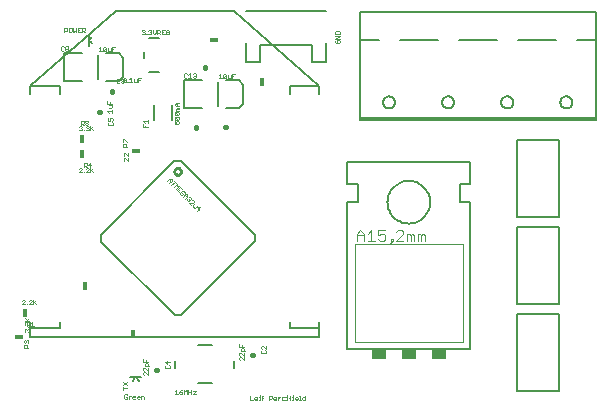
<source format=gto>
G75*
G70*
%OFA0B0*%
%FSLAX24Y24*%
%IPPOS*%
%LPD*%
%AMOC8*
5,1,8,0,0,1.08239X$1,22.5*
%
%ADD10C,0.0010*%
%ADD11C,0.0160*%
%ADD12C,0.0080*%
%ADD13C,0.0050*%
%ADD14R,0.0280X0.0160*%
%ADD15R,0.0160X0.0280*%
%ADD16C,0.0100*%
%ADD17C,0.0060*%
%ADD18C,0.0020*%
%ADD19C,0.0040*%
%ADD20R,0.0500X0.0350*%
D10*
X004623Y005439D02*
X004673Y005439D01*
X004698Y005464D01*
X004698Y005514D01*
X004648Y005514D01*
X004598Y005464D02*
X004623Y005439D01*
X004598Y005464D02*
X004598Y005564D01*
X004623Y005589D01*
X004673Y005589D01*
X004698Y005564D01*
X004745Y005539D02*
X004745Y005439D01*
X004745Y005489D02*
X004795Y005539D01*
X004820Y005539D01*
X004868Y005514D02*
X004893Y005539D01*
X004943Y005539D01*
X004968Y005514D01*
X004968Y005489D01*
X004868Y005489D01*
X004868Y005464D02*
X004868Y005514D01*
X004868Y005464D02*
X004893Y005439D01*
X004943Y005439D01*
X005015Y005464D02*
X005015Y005514D01*
X005040Y005539D01*
X005090Y005539D01*
X005115Y005514D01*
X005115Y005489D01*
X005015Y005489D01*
X005015Y005464D02*
X005040Y005439D01*
X005090Y005439D01*
X005163Y005439D02*
X005163Y005539D01*
X005238Y005539D01*
X005263Y005514D01*
X005263Y005439D01*
X004700Y005799D02*
X004550Y005799D01*
X004550Y005749D02*
X004550Y005849D01*
X004550Y005897D02*
X004700Y005997D01*
X004700Y005897D02*
X004550Y005997D01*
X005235Y006260D02*
X005260Y006235D01*
X005235Y006260D02*
X005235Y006310D01*
X005260Y006335D01*
X005285Y006335D01*
X005385Y006235D01*
X005385Y006335D01*
X005385Y006382D02*
X005285Y006482D01*
X005260Y006482D01*
X005235Y006457D01*
X005235Y006407D01*
X005260Y006382D01*
X005385Y006382D02*
X005385Y006482D01*
X005385Y006530D02*
X005385Y006605D01*
X005360Y006630D01*
X005310Y006630D01*
X005285Y006605D01*
X005285Y006530D01*
X005435Y006530D01*
X005385Y006677D02*
X005235Y006677D01*
X005235Y006777D01*
X005310Y006727D02*
X005310Y006677D01*
X005960Y006677D02*
X006035Y006602D01*
X006035Y006702D01*
X006110Y006677D02*
X005960Y006677D01*
X005985Y006555D02*
X005960Y006530D01*
X005960Y006480D01*
X005985Y006455D01*
X006085Y006455D01*
X006110Y006480D01*
X006110Y006530D01*
X006085Y006555D01*
X006335Y005749D02*
X006335Y005599D01*
X006285Y005599D02*
X006385Y005599D01*
X006432Y005624D02*
X006457Y005599D01*
X006507Y005599D01*
X006532Y005624D01*
X006532Y005649D01*
X006507Y005674D01*
X006432Y005674D01*
X006432Y005624D01*
X006432Y005674D02*
X006482Y005724D01*
X006532Y005749D01*
X006580Y005749D02*
X006630Y005699D01*
X006680Y005749D01*
X006680Y005599D01*
X006727Y005599D02*
X006727Y005749D01*
X006727Y005674D02*
X006827Y005674D01*
X006874Y005699D02*
X006974Y005699D01*
X006874Y005599D01*
X006974Y005599D01*
X006827Y005599D02*
X006827Y005749D01*
X006580Y005749D02*
X006580Y005599D01*
X006335Y005749D02*
X006285Y005699D01*
X008435Y006760D02*
X008460Y006735D01*
X008435Y006760D02*
X008435Y006810D01*
X008460Y006835D01*
X008485Y006835D01*
X008585Y006735D01*
X008585Y006835D01*
X008585Y006882D02*
X008485Y006982D01*
X008460Y006982D01*
X008435Y006957D01*
X008435Y006907D01*
X008460Y006882D01*
X008585Y006882D02*
X008585Y006982D01*
X008585Y007030D02*
X008585Y007105D01*
X008560Y007130D01*
X008510Y007130D01*
X008485Y007105D01*
X008485Y007030D01*
X008635Y007030D01*
X008585Y007177D02*
X008435Y007177D01*
X008435Y007277D01*
X008510Y007227D02*
X008510Y007177D01*
X009160Y007177D02*
X009160Y007127D01*
X009185Y007102D01*
X009185Y007055D02*
X009160Y007030D01*
X009160Y006980D01*
X009185Y006955D01*
X009285Y006955D01*
X009310Y006980D01*
X009310Y007030D01*
X009285Y007055D01*
X009310Y007102D02*
X009210Y007202D01*
X009185Y007202D01*
X009160Y007177D01*
X009310Y007202D02*
X009310Y007102D01*
X009105Y005574D02*
X009105Y005549D01*
X009105Y005499D02*
X009105Y005399D01*
X009080Y005399D02*
X009130Y005399D01*
X009203Y005399D02*
X009203Y005524D01*
X009228Y005549D01*
X009228Y005474D02*
X009178Y005474D01*
X009105Y005499D02*
X009080Y005499D01*
X009032Y005474D02*
X009032Y005449D01*
X008932Y005449D01*
X008932Y005424D02*
X008932Y005474D01*
X008957Y005499D01*
X009007Y005499D01*
X009032Y005474D01*
X009007Y005399D02*
X008957Y005399D01*
X008932Y005424D01*
X008885Y005399D02*
X008785Y005399D01*
X008785Y005549D01*
X009423Y005549D02*
X009423Y005399D01*
X009423Y005449D02*
X009498Y005449D01*
X009523Y005474D01*
X009523Y005524D01*
X009498Y005549D01*
X009423Y005549D01*
X009571Y005474D02*
X009571Y005424D01*
X009596Y005399D01*
X009646Y005399D01*
X009671Y005449D02*
X009571Y005449D01*
X009571Y005474D02*
X009596Y005499D01*
X009646Y005499D01*
X009671Y005474D01*
X009671Y005449D01*
X009718Y005449D02*
X009768Y005499D01*
X009793Y005499D01*
X009841Y005474D02*
X009841Y005424D01*
X009866Y005399D01*
X009941Y005399D01*
X009988Y005399D02*
X010038Y005399D01*
X010013Y005399D02*
X010013Y005499D01*
X009988Y005499D01*
X009941Y005499D02*
X009866Y005499D01*
X009841Y005474D01*
X009718Y005499D02*
X009718Y005399D01*
X010013Y005549D02*
X010013Y005574D01*
X010111Y005524D02*
X010136Y005549D01*
X010111Y005524D02*
X010111Y005399D01*
X010185Y005399D02*
X010235Y005399D01*
X010210Y005399D02*
X010210Y005499D01*
X010185Y005499D01*
X010136Y005474D02*
X010086Y005474D01*
X010210Y005549D02*
X010210Y005574D01*
X010308Y005499D02*
X010358Y005499D01*
X010383Y005474D01*
X010383Y005449D01*
X010283Y005449D01*
X010283Y005424D02*
X010283Y005474D01*
X010308Y005499D01*
X010283Y005424D02*
X010308Y005399D01*
X010358Y005399D01*
X010430Y005399D02*
X010480Y005399D01*
X010455Y005399D02*
X010455Y005549D01*
X010430Y005549D01*
X010528Y005474D02*
X010553Y005499D01*
X010628Y005499D01*
X010628Y005549D02*
X010628Y005399D01*
X010553Y005399D01*
X010528Y005424D01*
X010528Y005474D01*
X007093Y011749D02*
X007022Y011820D01*
X007129Y011820D01*
X007023Y011714D01*
X006954Y011818D02*
X007042Y011907D01*
X006971Y011977D02*
X006883Y011889D01*
X006883Y011853D01*
X006918Y011818D01*
X006954Y011818D01*
X006832Y011904D02*
X006761Y011975D01*
X006902Y011975D01*
X006920Y011993D01*
X006920Y012028D01*
X006884Y012064D01*
X006849Y012063D01*
X006816Y012097D02*
X006798Y012079D01*
X006762Y012079D01*
X006763Y012044D01*
X006745Y012026D01*
X006709Y012026D01*
X006674Y012061D01*
X006674Y012097D01*
X006623Y012112D02*
X006694Y012183D01*
X006693Y012254D01*
X006623Y012254D01*
X006552Y012183D01*
X006536Y012234D02*
X006571Y012269D01*
X006536Y012305D01*
X006536Y012375D02*
X006465Y012305D01*
X006465Y012269D01*
X006501Y012234D01*
X006536Y012234D01*
X006605Y012236D02*
X006676Y012165D01*
X006745Y012167D02*
X006780Y012168D01*
X006815Y012132D01*
X006816Y012097D01*
X006762Y012079D02*
X006745Y012097D01*
X006607Y012305D02*
X006607Y012340D01*
X006571Y012376D01*
X006536Y012375D01*
X006520Y012427D02*
X006449Y012497D01*
X006343Y012391D01*
X006414Y012320D01*
X006432Y012409D02*
X006396Y012444D01*
X006310Y012424D02*
X006416Y012531D01*
X006345Y012530D01*
X006345Y012601D01*
X006239Y012495D01*
X006170Y012563D02*
X006276Y012670D01*
X006241Y012705D02*
X006311Y012635D01*
X006172Y012703D02*
X006101Y012632D01*
X006154Y012685D02*
X006083Y012756D01*
X006101Y012774D02*
X006172Y012774D01*
X006172Y012703D01*
X006101Y012774D02*
X006030Y012703D01*
X004725Y013374D02*
X004625Y013474D01*
X004600Y013474D01*
X004575Y013449D01*
X004575Y013399D01*
X004600Y013374D01*
X004725Y013374D02*
X004725Y013474D01*
X004725Y013522D02*
X004625Y013622D01*
X004600Y013622D01*
X004575Y013597D01*
X004575Y013547D01*
X004600Y013522D01*
X004725Y013522D02*
X004725Y013622D01*
X004700Y013849D02*
X004550Y013849D01*
X004550Y013924D01*
X004575Y013949D01*
X004625Y013949D01*
X004650Y013924D01*
X004650Y013849D01*
X004650Y013899D02*
X004700Y013949D01*
X004700Y013997D02*
X004675Y013997D01*
X004575Y014097D01*
X004550Y014097D01*
X004550Y013997D01*
X004185Y014555D02*
X004210Y014580D01*
X004210Y014630D01*
X004185Y014655D01*
X004185Y014702D02*
X004210Y014727D01*
X004210Y014777D01*
X004185Y014802D01*
X004135Y014802D01*
X004110Y014777D01*
X004110Y014752D01*
X004135Y014702D01*
X004060Y014702D01*
X004060Y014802D01*
X004085Y014655D02*
X004060Y014630D01*
X004060Y014580D01*
X004085Y014555D01*
X004185Y014555D01*
X004185Y014982D02*
X004185Y015082D01*
X004185Y015032D02*
X004035Y015032D01*
X004085Y014982D01*
X004085Y015130D02*
X004160Y015130D01*
X004185Y015155D01*
X004185Y015230D01*
X004085Y015230D01*
X004110Y015277D02*
X004110Y015327D01*
X004185Y015277D02*
X004035Y015277D01*
X004035Y015377D01*
X004365Y015964D02*
X004415Y015964D01*
X004440Y015989D01*
X004488Y015989D02*
X004513Y015964D01*
X004563Y015964D01*
X004588Y015989D01*
X004588Y016089D01*
X004563Y016114D01*
X004513Y016114D01*
X004488Y016089D01*
X004488Y016064D01*
X004513Y016039D01*
X004588Y016039D01*
X004547Y016014D02*
X004647Y016114D01*
X004647Y016014D01*
X004622Y015989D01*
X004572Y015989D01*
X004547Y016014D01*
X004547Y016114D01*
X004572Y016139D01*
X004622Y016139D01*
X004647Y016114D01*
X004694Y016014D02*
X004719Y016014D01*
X004719Y015989D01*
X004694Y015989D01*
X004694Y016014D01*
X004768Y015989D02*
X004868Y015989D01*
X004818Y015989D02*
X004818Y016139D01*
X004768Y016089D01*
X004915Y016089D02*
X004915Y016014D01*
X004940Y015989D01*
X005015Y015989D01*
X005015Y016089D01*
X005063Y016064D02*
X005113Y016064D01*
X005063Y015989D02*
X005063Y016139D01*
X005163Y016139D01*
X004440Y016089D02*
X004415Y016114D01*
X004365Y016114D01*
X004340Y016089D01*
X004340Y015989D01*
X004365Y015964D01*
X004188Y017024D02*
X004188Y017174D01*
X004288Y017174D01*
X004238Y017099D02*
X004188Y017099D01*
X004140Y017124D02*
X004140Y017024D01*
X004065Y017024D01*
X004040Y017049D01*
X004040Y017124D01*
X003993Y017149D02*
X003893Y017049D01*
X003918Y017024D01*
X003968Y017024D01*
X003993Y017049D01*
X003993Y017149D01*
X003968Y017174D01*
X003918Y017174D01*
X003893Y017149D01*
X003893Y017049D01*
X003846Y017024D02*
X003746Y017024D01*
X003796Y017024D02*
X003796Y017174D01*
X003746Y017124D01*
X003288Y017664D02*
X003238Y017714D01*
X003263Y017714D02*
X003188Y017714D01*
X003188Y017664D02*
X003188Y017814D01*
X003263Y017814D01*
X003288Y017789D01*
X003288Y017739D01*
X003263Y017714D01*
X003140Y017664D02*
X003040Y017664D01*
X003040Y017814D01*
X003140Y017814D01*
X003090Y017739D02*
X003040Y017739D01*
X002993Y017664D02*
X002993Y017814D01*
X002893Y017814D02*
X002893Y017664D01*
X002943Y017714D01*
X002993Y017664D01*
X002846Y017689D02*
X002846Y017789D01*
X002821Y017814D01*
X002771Y017814D01*
X002746Y017789D01*
X002746Y017689D01*
X002771Y017664D01*
X002821Y017664D01*
X002846Y017689D01*
X002698Y017739D02*
X002673Y017714D01*
X002598Y017714D01*
X002598Y017664D02*
X002598Y017814D01*
X002673Y017814D01*
X002698Y017789D01*
X002698Y017739D01*
X002707Y017193D02*
X002732Y017168D01*
X002732Y017143D01*
X002707Y017118D01*
X002657Y017118D01*
X002632Y017143D01*
X002632Y017168D01*
X002657Y017193D01*
X002707Y017193D01*
X002707Y017118D02*
X002732Y017093D01*
X002732Y017068D01*
X002707Y017043D01*
X002657Y017043D01*
X002632Y017068D01*
X002632Y017093D01*
X002657Y017118D01*
X002585Y017168D02*
X002560Y017193D01*
X002510Y017193D01*
X002485Y017168D01*
X002485Y017068D01*
X002510Y017043D01*
X002560Y017043D01*
X002585Y017068D01*
X003140Y014714D02*
X003215Y014714D01*
X003240Y014689D01*
X003240Y014639D01*
X003215Y014614D01*
X003140Y014614D01*
X003140Y014564D02*
X003140Y014714D01*
X003190Y014614D02*
X003240Y014564D01*
X003288Y014589D02*
X003313Y014564D01*
X003363Y014564D01*
X003388Y014589D01*
X003388Y014614D01*
X003363Y014639D01*
X003313Y014639D01*
X003288Y014664D01*
X003288Y014689D01*
X003313Y014714D01*
X003363Y014714D01*
X003388Y014689D01*
X003388Y014664D01*
X003363Y014639D01*
X003313Y014639D02*
X003288Y014614D01*
X003288Y014589D01*
X003340Y014539D02*
X003390Y014539D01*
X003415Y014514D01*
X003415Y014489D01*
X003390Y014464D01*
X003415Y014439D01*
X003415Y014414D01*
X003390Y014389D01*
X003340Y014389D01*
X003315Y014414D01*
X003267Y014414D02*
X003267Y014389D01*
X003242Y014389D01*
X003242Y014414D01*
X003267Y014414D01*
X003194Y014414D02*
X003169Y014389D01*
X003119Y014389D01*
X003094Y014414D01*
X003144Y014464D02*
X003169Y014464D01*
X003194Y014439D01*
X003194Y014414D01*
X003169Y014464D02*
X003194Y014489D01*
X003194Y014514D01*
X003169Y014539D01*
X003119Y014539D01*
X003094Y014514D01*
X003315Y014514D02*
X003340Y014539D01*
X003365Y014464D02*
X003390Y014464D01*
X003463Y014439D02*
X003563Y014539D01*
X003463Y014539D02*
X003463Y014389D01*
X003488Y014464D02*
X003563Y014389D01*
X003463Y013314D02*
X003388Y013239D01*
X003488Y013239D01*
X003463Y013164D02*
X003463Y013314D01*
X003340Y013289D02*
X003340Y013239D01*
X003315Y013214D01*
X003240Y013214D01*
X003240Y013164D02*
X003240Y013314D01*
X003315Y013314D01*
X003340Y013289D01*
X003290Y013214D02*
X003340Y013164D01*
X003340Y013139D02*
X003315Y013114D01*
X003340Y013139D02*
X003390Y013139D01*
X003415Y013114D01*
X003415Y013089D01*
X003315Y012989D01*
X003415Y012989D01*
X003463Y012989D02*
X003463Y013139D01*
X003488Y013064D02*
X003563Y012989D01*
X003463Y013039D02*
X003563Y013139D01*
X003267Y013014D02*
X003267Y012989D01*
X003242Y012989D01*
X003242Y013014D01*
X003267Y013014D01*
X003194Y012989D02*
X003094Y012989D01*
X003194Y013089D01*
X003194Y013114D01*
X003169Y013139D01*
X003119Y013139D01*
X003094Y013114D01*
X005225Y014499D02*
X005225Y014599D01*
X005275Y014647D02*
X005225Y014697D01*
X005375Y014697D01*
X005375Y014647D02*
X005375Y014747D01*
X005300Y014549D02*
X005300Y014499D01*
X005375Y014499D02*
X005225Y014499D01*
X006275Y014599D02*
X006350Y014599D01*
X006325Y014649D01*
X006325Y014674D01*
X006350Y014699D01*
X006400Y014699D01*
X006425Y014674D01*
X006425Y014624D01*
X006400Y014599D01*
X006275Y014599D02*
X006275Y014699D01*
X006300Y014747D02*
X006275Y014772D01*
X006275Y014822D01*
X006300Y014847D01*
X006400Y014747D01*
X006425Y014772D01*
X006425Y014822D01*
X006400Y014847D01*
X006300Y014847D01*
X006300Y014894D02*
X006275Y014919D01*
X006275Y014969D01*
X006300Y014994D01*
X006400Y014894D01*
X006425Y014919D01*
X006425Y014969D01*
X006400Y014994D01*
X006300Y014994D01*
X006325Y015041D02*
X006325Y015066D01*
X006350Y015091D01*
X006325Y015116D01*
X006350Y015141D01*
X006425Y015141D01*
X006425Y015189D02*
X006325Y015189D01*
X006275Y015239D01*
X006325Y015289D01*
X006425Y015289D01*
X006350Y015289D02*
X006350Y015189D01*
X006350Y015091D02*
X006425Y015091D01*
X006425Y015041D02*
X006325Y015041D01*
X006300Y014894D02*
X006400Y014894D01*
X006400Y014747D02*
X006300Y014747D01*
X006610Y016143D02*
X006585Y016168D01*
X006585Y016268D01*
X006610Y016293D01*
X006660Y016293D01*
X006685Y016268D01*
X006732Y016243D02*
X006782Y016293D01*
X006782Y016143D01*
X006732Y016143D02*
X006832Y016143D01*
X006880Y016168D02*
X006905Y016143D01*
X006955Y016143D01*
X006980Y016168D01*
X006980Y016193D01*
X006955Y016218D01*
X006930Y016218D01*
X006955Y016218D02*
X006980Y016243D01*
X006980Y016268D01*
X006955Y016293D01*
X006905Y016293D01*
X006880Y016268D01*
X006685Y016168D02*
X006660Y016143D01*
X006610Y016143D01*
X007746Y016124D02*
X007846Y016124D01*
X007796Y016124D02*
X007796Y016274D01*
X007746Y016224D01*
X007893Y016249D02*
X007918Y016274D01*
X007968Y016274D01*
X007993Y016249D01*
X007893Y016149D01*
X007918Y016124D01*
X007968Y016124D01*
X007993Y016149D01*
X007993Y016249D01*
X008040Y016224D02*
X008040Y016149D01*
X008065Y016124D01*
X008140Y016124D01*
X008140Y016224D01*
X008188Y016199D02*
X008238Y016199D01*
X008188Y016274D02*
X008288Y016274D01*
X008188Y016274D02*
X008188Y016124D01*
X007893Y016149D02*
X007893Y016249D01*
X006088Y017614D02*
X006088Y017664D01*
X006038Y017664D01*
X006088Y017614D02*
X006063Y017589D01*
X006013Y017589D01*
X005988Y017614D01*
X005988Y017714D01*
X006013Y017739D01*
X006063Y017739D01*
X006088Y017714D01*
X005940Y017739D02*
X005840Y017739D01*
X005840Y017589D01*
X005940Y017589D01*
X005890Y017664D02*
X005840Y017664D01*
X005793Y017664D02*
X005768Y017639D01*
X005693Y017639D01*
X005646Y017639D02*
X005646Y017739D01*
X005693Y017739D02*
X005768Y017739D01*
X005793Y017714D01*
X005793Y017664D01*
X005743Y017639D02*
X005793Y017589D01*
X005693Y017589D02*
X005693Y017739D01*
X005646Y017639D02*
X005596Y017589D01*
X005546Y017639D01*
X005546Y017739D01*
X005498Y017714D02*
X005498Y017689D01*
X005473Y017664D01*
X005498Y017639D01*
X005498Y017614D01*
X005473Y017589D01*
X005423Y017589D01*
X005398Y017614D01*
X005350Y017614D02*
X005350Y017589D01*
X005325Y017589D01*
X005325Y017614D01*
X005350Y017614D01*
X005277Y017614D02*
X005252Y017589D01*
X005202Y017589D01*
X005177Y017614D01*
X005227Y017664D02*
X005252Y017664D01*
X005277Y017639D01*
X005277Y017614D01*
X005252Y017664D02*
X005277Y017689D01*
X005277Y017714D01*
X005252Y017739D01*
X005202Y017739D01*
X005177Y017714D01*
X005398Y017714D02*
X005423Y017739D01*
X005473Y017739D01*
X005498Y017714D01*
X005473Y017664D02*
X005448Y017664D01*
X011625Y017669D02*
X011625Y017594D01*
X011775Y017594D01*
X011775Y017669D01*
X011750Y017694D01*
X011650Y017694D01*
X011625Y017669D01*
X011625Y017547D02*
X011775Y017547D01*
X011625Y017447D01*
X011775Y017447D01*
X011750Y017399D02*
X011700Y017399D01*
X011700Y017349D01*
X011750Y017299D02*
X011775Y017324D01*
X011775Y017374D01*
X011750Y017399D01*
X011750Y017299D02*
X011650Y017299D01*
X011625Y017324D01*
X011625Y017374D01*
X011650Y017399D01*
X001663Y008739D02*
X001563Y008639D01*
X001588Y008664D02*
X001663Y008589D01*
X001563Y008589D02*
X001563Y008739D01*
X001515Y008714D02*
X001490Y008739D01*
X001440Y008739D01*
X001415Y008714D01*
X001515Y008714D02*
X001515Y008689D01*
X001415Y008589D01*
X001515Y008589D01*
X001367Y008589D02*
X001342Y008589D01*
X001342Y008614D01*
X001367Y008614D01*
X001367Y008589D01*
X001294Y008589D02*
X001194Y008589D01*
X001294Y008689D01*
X001294Y008714D01*
X001269Y008739D01*
X001219Y008739D01*
X001194Y008714D01*
X001275Y008143D02*
X001375Y008043D01*
X001350Y008068D02*
X001425Y008143D01*
X001425Y008043D02*
X001275Y008043D01*
X001300Y007995D02*
X001275Y007970D01*
X001275Y007920D01*
X001300Y007895D01*
X001340Y007914D02*
X001415Y007914D01*
X001440Y007939D01*
X001440Y007989D01*
X001415Y008014D01*
X001340Y008014D01*
X001340Y007864D01*
X001400Y007847D02*
X001425Y007847D01*
X001425Y007822D01*
X001400Y007822D01*
X001400Y007847D01*
X001440Y007864D02*
X001390Y007914D01*
X001400Y007895D02*
X001425Y007920D01*
X001425Y007970D01*
X001400Y007995D01*
X001375Y007995D01*
X001350Y007970D01*
X001350Y007945D01*
X001350Y007970D02*
X001325Y007995D01*
X001300Y007995D01*
X001488Y007964D02*
X001538Y008014D01*
X001538Y007864D01*
X001488Y007864D02*
X001588Y007864D01*
X001425Y007749D02*
X001425Y007699D01*
X001400Y007674D01*
X001350Y007724D02*
X001350Y007749D01*
X001375Y007774D01*
X001400Y007774D01*
X001425Y007749D01*
X001350Y007749D02*
X001325Y007774D01*
X001300Y007774D01*
X001275Y007749D01*
X001275Y007699D01*
X001300Y007674D01*
X001300Y007397D02*
X001275Y007397D01*
X001250Y007372D01*
X001250Y007322D01*
X001275Y007297D01*
X001275Y007249D02*
X001325Y007249D01*
X001350Y007224D01*
X001350Y007149D01*
X001400Y007149D02*
X001250Y007149D01*
X001250Y007224D01*
X001275Y007249D01*
X001350Y007199D02*
X001400Y007249D01*
X001375Y007297D02*
X001400Y007322D01*
X001400Y007372D01*
X001375Y007397D01*
X001350Y007397D01*
X001325Y007372D01*
X001325Y007347D01*
X001325Y007372D02*
X001300Y007397D01*
D11*
X005668Y006394D02*
X005692Y006394D01*
X008868Y006894D02*
X008892Y006894D01*
X007992Y014494D02*
X007968Y014494D01*
X006980Y014482D02*
X006980Y014506D01*
X007280Y016482D02*
X007280Y016506D01*
X004180Y015706D02*
X004180Y015682D01*
X003792Y014994D02*
X003768Y014994D01*
D12*
X003974Y016022D02*
X004407Y016022D01*
X004564Y016179D01*
X004564Y016809D01*
X004407Y016967D01*
X003974Y016967D01*
X003535Y017308D02*
X003419Y017384D01*
X003413Y017394D02*
X003535Y017486D01*
X003413Y017575D02*
X003413Y017394D01*
X003413Y017213D01*
X003186Y016967D02*
X002596Y016967D01*
X002596Y016022D01*
X003186Y016022D01*
X002441Y015860D02*
X002441Y015604D01*
X002441Y015860D02*
X001457Y015860D01*
X001457Y015604D01*
X001457Y015860D02*
X004311Y018360D01*
X008249Y018360D01*
X011103Y015860D01*
X010119Y015860D01*
X010119Y015604D01*
X011103Y015604D02*
X011103Y015860D01*
X011319Y016672D02*
X010846Y016672D01*
X010846Y017223D01*
X009114Y017223D01*
X009114Y016672D01*
X008641Y016672D01*
X008641Y017302D01*
X008641Y018365D02*
X011319Y018365D01*
X011319Y017302D02*
X011319Y016672D01*
X008564Y015909D02*
X008564Y015279D01*
X008407Y015122D01*
X007974Y015122D01*
X007186Y015122D02*
X006596Y015122D01*
X006596Y016067D01*
X007186Y016067D01*
X007974Y016067D02*
X008407Y016067D01*
X008564Y015909D01*
X006180Y015244D02*
X006180Y014744D01*
X005580Y014744D02*
X005580Y015244D01*
X005749Y016334D02*
X005411Y016334D01*
X005261Y016789D02*
X005261Y017000D01*
X005411Y017454D02*
X005749Y017454D01*
X006264Y013355D02*
X003819Y010901D01*
X003819Y010678D01*
X006273Y008233D01*
X006496Y008233D01*
X008941Y010687D01*
X008941Y010910D01*
X006487Y013356D01*
X006264Y013355D01*
X002441Y008006D02*
X002441Y007789D01*
X001457Y007789D01*
X001457Y008006D01*
X001457Y007789D02*
X001457Y007494D01*
X011103Y007494D01*
X011103Y007789D01*
X011103Y008006D01*
X011103Y007789D02*
X010119Y007789D01*
X010119Y008006D01*
X008264Y006712D02*
X008264Y006476D01*
X007516Y005964D02*
X007044Y005964D01*
X006296Y006476D02*
X006296Y006712D01*
X007044Y007224D02*
X007516Y007224D01*
X005161Y006161D02*
X004980Y006161D01*
X005072Y006039D01*
X004980Y006161D02*
X004799Y006161D01*
X004894Y006039D02*
X004970Y006155D01*
X017680Y005704D02*
X017680Y008284D01*
X019080Y008284D01*
X019080Y005704D01*
X017680Y005704D01*
X017680Y008604D02*
X017680Y011184D01*
X019080Y011184D01*
X019080Y008604D01*
X017680Y008604D01*
X017680Y011504D02*
X017680Y014084D01*
X019080Y014084D01*
X019080Y011504D01*
X017680Y011504D01*
D13*
X007730Y015194D02*
X007730Y015994D01*
X003730Y016094D02*
X003730Y016894D01*
D14*
X004980Y013694D03*
X007580Y017394D03*
X001080Y007494D03*
D15*
X001280Y008294D03*
X003280Y009194D03*
X004880Y007594D03*
X003180Y013594D03*
X003180Y014094D03*
X009180Y015994D03*
D16*
X006265Y013021D02*
X006267Y013041D01*
X006272Y013061D01*
X006282Y013079D01*
X006294Y013096D01*
X006309Y013110D01*
X006327Y013120D01*
X006346Y013128D01*
X006366Y013132D01*
X006386Y013132D01*
X006406Y013128D01*
X006425Y013120D01*
X006443Y013110D01*
X006458Y013096D01*
X006470Y013079D01*
X006480Y013061D01*
X006485Y013041D01*
X006487Y013021D01*
X006485Y013001D01*
X006480Y012981D01*
X006470Y012963D01*
X006458Y012946D01*
X006443Y012932D01*
X006425Y012922D01*
X006406Y012914D01*
X006386Y012910D01*
X006366Y012910D01*
X006346Y012914D01*
X006327Y012922D01*
X006309Y012932D01*
X006294Y012946D01*
X006282Y012963D01*
X006272Y012981D01*
X006267Y013001D01*
X006265Y013021D01*
D17*
X012030Y013344D02*
X012030Y012594D01*
X012380Y012594D01*
X012380Y011994D01*
X012030Y011994D01*
X012030Y007094D01*
X016130Y007094D01*
X016130Y011994D01*
X015780Y011994D01*
X015780Y012594D01*
X016130Y012594D01*
X016130Y013344D01*
X012030Y013344D01*
X012443Y014724D02*
X020313Y014724D01*
X020313Y014804D01*
X012443Y014804D01*
X012443Y017404D01*
X012443Y018344D01*
X020313Y018344D01*
X020313Y017404D01*
X020313Y014804D01*
X019133Y015324D02*
X019135Y015352D01*
X019141Y015379D01*
X019150Y015405D01*
X019163Y015430D01*
X019180Y015453D01*
X019199Y015473D01*
X019221Y015490D01*
X019245Y015504D01*
X019271Y015514D01*
X019298Y015521D01*
X019326Y015524D01*
X019354Y015523D01*
X019381Y015518D01*
X019408Y015509D01*
X019433Y015497D01*
X019456Y015482D01*
X019477Y015463D01*
X019495Y015442D01*
X019510Y015418D01*
X019521Y015392D01*
X019529Y015366D01*
X019533Y015338D01*
X019533Y015310D01*
X019529Y015282D01*
X019521Y015256D01*
X019510Y015230D01*
X019495Y015206D01*
X019477Y015185D01*
X019456Y015166D01*
X019433Y015151D01*
X019408Y015139D01*
X019381Y015130D01*
X019354Y015125D01*
X019326Y015124D01*
X019298Y015127D01*
X019271Y015134D01*
X019245Y015144D01*
X019221Y015158D01*
X019199Y015175D01*
X019180Y015195D01*
X019163Y015218D01*
X019150Y015243D01*
X019141Y015269D01*
X019135Y015296D01*
X019133Y015324D01*
X017163Y015324D02*
X017165Y015352D01*
X017171Y015379D01*
X017180Y015405D01*
X017193Y015430D01*
X017210Y015453D01*
X017229Y015473D01*
X017251Y015490D01*
X017275Y015504D01*
X017301Y015514D01*
X017328Y015521D01*
X017356Y015524D01*
X017384Y015523D01*
X017411Y015518D01*
X017438Y015509D01*
X017463Y015497D01*
X017486Y015482D01*
X017507Y015463D01*
X017525Y015442D01*
X017540Y015418D01*
X017551Y015392D01*
X017559Y015366D01*
X017563Y015338D01*
X017563Y015310D01*
X017559Y015282D01*
X017551Y015256D01*
X017540Y015230D01*
X017525Y015206D01*
X017507Y015185D01*
X017486Y015166D01*
X017463Y015151D01*
X017438Y015139D01*
X017411Y015130D01*
X017384Y015125D01*
X017356Y015124D01*
X017328Y015127D01*
X017301Y015134D01*
X017275Y015144D01*
X017251Y015158D01*
X017229Y015175D01*
X017210Y015195D01*
X017193Y015218D01*
X017180Y015243D01*
X017171Y015269D01*
X017165Y015296D01*
X017163Y015324D01*
X015193Y015324D02*
X015195Y015352D01*
X015201Y015379D01*
X015210Y015405D01*
X015223Y015430D01*
X015240Y015453D01*
X015259Y015473D01*
X015281Y015490D01*
X015305Y015504D01*
X015331Y015514D01*
X015358Y015521D01*
X015386Y015524D01*
X015414Y015523D01*
X015441Y015518D01*
X015468Y015509D01*
X015493Y015497D01*
X015516Y015482D01*
X015537Y015463D01*
X015555Y015442D01*
X015570Y015418D01*
X015581Y015392D01*
X015589Y015366D01*
X015593Y015338D01*
X015593Y015310D01*
X015589Y015282D01*
X015581Y015256D01*
X015570Y015230D01*
X015555Y015206D01*
X015537Y015185D01*
X015516Y015166D01*
X015493Y015151D01*
X015468Y015139D01*
X015441Y015130D01*
X015414Y015125D01*
X015386Y015124D01*
X015358Y015127D01*
X015331Y015134D01*
X015305Y015144D01*
X015281Y015158D01*
X015259Y015175D01*
X015240Y015195D01*
X015223Y015218D01*
X015210Y015243D01*
X015201Y015269D01*
X015195Y015296D01*
X015193Y015324D01*
X013223Y015324D02*
X013225Y015352D01*
X013231Y015379D01*
X013240Y015405D01*
X013253Y015430D01*
X013270Y015453D01*
X013289Y015473D01*
X013311Y015490D01*
X013335Y015504D01*
X013361Y015514D01*
X013388Y015521D01*
X013416Y015524D01*
X013444Y015523D01*
X013471Y015518D01*
X013498Y015509D01*
X013523Y015497D01*
X013546Y015482D01*
X013567Y015463D01*
X013585Y015442D01*
X013600Y015418D01*
X013611Y015392D01*
X013619Y015366D01*
X013623Y015338D01*
X013623Y015310D01*
X013619Y015282D01*
X013611Y015256D01*
X013600Y015230D01*
X013585Y015206D01*
X013567Y015185D01*
X013546Y015166D01*
X013523Y015151D01*
X013498Y015139D01*
X013471Y015130D01*
X013444Y015125D01*
X013416Y015124D01*
X013388Y015127D01*
X013361Y015134D01*
X013335Y015144D01*
X013311Y015158D01*
X013289Y015175D01*
X013270Y015195D01*
X013253Y015218D01*
X013240Y015243D01*
X013231Y015269D01*
X013225Y015296D01*
X013223Y015324D01*
X012443Y014804D02*
X012443Y014724D01*
X012443Y017404D02*
X013073Y017404D01*
X013773Y017404D02*
X015043Y017404D01*
X015743Y017404D02*
X017013Y017404D01*
X017713Y017404D02*
X018983Y017404D01*
X019683Y017404D02*
X020313Y017404D01*
X013370Y011994D02*
X013372Y012047D01*
X013378Y012100D01*
X013388Y012152D01*
X013402Y012203D01*
X013419Y012253D01*
X013440Y012302D01*
X013465Y012349D01*
X013493Y012394D01*
X013525Y012437D01*
X013560Y012477D01*
X013597Y012514D01*
X013637Y012549D01*
X013680Y012581D01*
X013725Y012609D01*
X013772Y012634D01*
X013821Y012655D01*
X013871Y012672D01*
X013922Y012686D01*
X013974Y012696D01*
X014027Y012702D01*
X014080Y012704D01*
X014133Y012702D01*
X014186Y012696D01*
X014238Y012686D01*
X014289Y012672D01*
X014339Y012655D01*
X014388Y012634D01*
X014435Y012609D01*
X014480Y012581D01*
X014523Y012549D01*
X014563Y012514D01*
X014600Y012477D01*
X014635Y012437D01*
X014667Y012394D01*
X014695Y012349D01*
X014720Y012302D01*
X014741Y012253D01*
X014758Y012203D01*
X014772Y012152D01*
X014782Y012100D01*
X014788Y012047D01*
X014790Y011994D01*
X014788Y011941D01*
X014782Y011888D01*
X014772Y011836D01*
X014758Y011785D01*
X014741Y011735D01*
X014720Y011686D01*
X014695Y011639D01*
X014667Y011594D01*
X014635Y011551D01*
X014600Y011511D01*
X014563Y011474D01*
X014523Y011439D01*
X014480Y011407D01*
X014435Y011379D01*
X014388Y011354D01*
X014339Y011333D01*
X014289Y011316D01*
X014238Y011302D01*
X014186Y011292D01*
X014133Y011286D01*
X014080Y011284D01*
X014027Y011286D01*
X013974Y011292D01*
X013922Y011302D01*
X013871Y011316D01*
X013821Y011333D01*
X013772Y011354D01*
X013725Y011379D01*
X013680Y011407D01*
X013637Y011439D01*
X013597Y011474D01*
X013560Y011511D01*
X013525Y011551D01*
X013493Y011594D01*
X013465Y011639D01*
X013440Y011686D01*
X013419Y011735D01*
X013402Y011785D01*
X013388Y011836D01*
X013378Y011888D01*
X013372Y011941D01*
X013370Y011994D01*
D18*
X012280Y010594D02*
X012280Y007344D01*
X015880Y007344D01*
X015880Y010594D01*
X012280Y010594D01*
D19*
X012350Y010714D02*
X012350Y010948D01*
X012467Y011065D01*
X012584Y010948D01*
X012584Y010714D01*
X012709Y010714D02*
X012943Y010714D01*
X012826Y010714D02*
X012826Y011065D01*
X012709Y010948D01*
X012584Y010889D02*
X012350Y010889D01*
X013068Y010889D02*
X013185Y010948D01*
X013243Y010948D01*
X013302Y010889D01*
X013302Y010773D01*
X013243Y010714D01*
X013127Y010714D01*
X013068Y010773D01*
X013068Y010889D02*
X013068Y011065D01*
X013302Y011065D01*
X013486Y010773D02*
X013486Y010714D01*
X013544Y010714D01*
X013544Y010773D01*
X013486Y010773D01*
X013544Y010714D02*
X013427Y010597D01*
X013667Y010714D02*
X013900Y010948D01*
X013900Y011006D01*
X013842Y011065D01*
X013725Y011065D01*
X013667Y011006D01*
X013667Y010714D02*
X013900Y010714D01*
X014026Y010714D02*
X014026Y010948D01*
X014084Y010948D01*
X014143Y010889D01*
X014201Y010948D01*
X014259Y010889D01*
X014259Y010714D01*
X014143Y010714D02*
X014143Y010889D01*
X014385Y010948D02*
X014385Y010714D01*
X014502Y010714D02*
X014502Y010889D01*
X014560Y010948D01*
X014618Y010889D01*
X014618Y010714D01*
X014502Y010889D02*
X014443Y010948D01*
X014385Y010948D01*
D20*
X014080Y006919D03*
X015080Y006919D03*
X013080Y006919D03*
M02*

</source>
